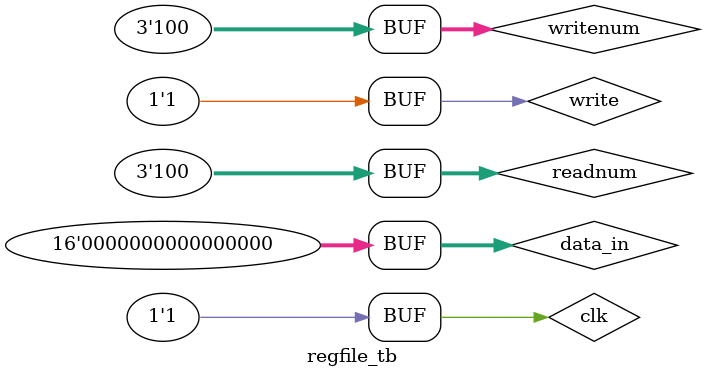
<source format=v>
module register_file (writenum, write, data_in, clk, readnum, data_out);
  input [2:0] writenum, readnum; //binary
  input write, clk;
  input [15:0] data_in;
  output [15:0] data_out;
  wire [7:0] hot_code_out;
  reg [15:0] R0,R1,R2,R3,R4,R5,R6,R7;
  wire [15:0] a0,a1,a2,a3,a4,a5,a6,a7;

  Dec #(3,8) dec_write(writenum, hot_code_out);
  assign a0=R0;
  assign a1=R1;
  assign a2=R2;
  assign a3=R3;
  assign a4=R4;
  assign a5=R5;
  assign a6=R6;
  assign a7=R7;
  vDFFE #(16) R0_next(clk,write,data_in,a0);
  vDFFE #(16) R1_next(clk,write,data_in,a1);
  vDFFE #(16) R2_next(clk,write,data_in,a2);
  vDFFE #(16) R3_next(clk,write,data_in,a3);
  vDFFE #(16) R4_next(clk,write,data_in,a4);
  vDFFE #(16) R5_next(clk,write,data_in,a5);
  vDFFE #(16) R6_next(clk,write,data_in,a6);
  vDFFE #(16) R7_next(clk,write,data_in,a7);

  always@(*)begin
    case(hot_code_out)
    8'b00000001 : {R0}={data_in};
    8'b00000010 : {R1}={data_in};
    8'b00000100 : {R2}={data_in};
    8'b00001000 : {R3}={data_in};
    8'b00010000 : {R4}={data_in};
    8'b00100000 : {R5}={data_in};
    8'b01000000 : {R6}={data_in};
    8'b10000000 : {R7}={data_in};
    default {R0,R1,R2,R3,R4,R5,R6,R7}={128'b0};
    endcase
  end
  Mux_DEC mux_readx(R7,R6,R5,R4,R3,R2,R1,R0,readnum,data_out);
endmodule

//decoder
module Dec(a, b);
  parameter n=3;
  parameter m=8;

  input[n-1:0] a;
  output[m-1:0] b;
  wire [m-1:0] b = 1<<a;
endmodule

//individual register with load enable
module vDFFE (clk, write, in, out) ;
  parameter n = 16;  // width
  input clk, write ;
  input  [n-1:0] in ;
  output [n-1:0] out ;
  reg    [n-1:0] out ;
  wire   [n-1:0] next_out;

  assign next_out = write ? in : out;
  always @(posedge clk)
    out = next_out;
endmodule

//multiplexer + 38decoder
module Mux_DEC (a7,a6,a5,a4,a3,a2,a1,a0,readnum,data_out);
  parameter j=8;
  parameter k=16;
  input [k-1:0] a7,a6,a5,a4,a3,a2,a1,a0;
  input [2:0] readnum; //binary
  output [k-1:0] data_out;
  reg [k-1:0] data_out;
  wire [j-1:0] s;

  Dec #(3,8) dec_read(readnum,s);
  always@(*)begin
    case(s)
      8'b00000001 : data_out=a0;
      8'b00000010 : data_out=a1;
      8'b00000100 : data_out=a2;
      8'b00001000 : data_out=a3;
      8'b00010000 : data_out=a4;
      8'b00100000 : data_out=a5;
      8'b01000000 : data_out=a6;
      8'b10000000 : data_out=a7;
      default: data_out=16'b0000000000000000;
    endcase
  end
endmodule

module vDFFE_tb();
  parameter n = 16;
  reg clk, write ;
  reg  [n-1:0] in ;
  wire [n-1:0] out ;

  vDFFE dut(clk, write, in, out);
  initial begin
    clk=1'b1; write=1'b1;in=16'b0001110001110001;
    #100
    clk=1'b0; write=1'b0;in=16'b0001110001110001;
    #100
    clk=1'b1; write=1'b0;in=16'b0001110001110001;
    #100
    clk=1'b0; write=1'b1;in=16'b0001110001110001;
    #100
    clk=1'b1; write=1'b1;in=16'b0100011100101010;
    #100
    clk=1'b0; write=1'b1;in=16'b0100011100101010;
    #100
    clk=1'b1; write=1'b1;in=16'b0001110001110001;
    #100
    clk=1'b0; write=1'b1;in=16'b0001110001110001;
    #100;
  end
endmodule

module regfile_tb();
  reg [2:0] writenum, readnum;
  reg write, clk;
  reg [15:0] data_in;
  wire [15:0] data_out;

  register_file dut(writenum, write, data_in, clk, readnum, data_out);

  initial begin
     writenum=3'b010; write=1'b1; data_in=16'b1111000000000000; clk=1'b1; readnum=3'b010;
     #100
     writenum=3'b010; write=1'b1; data_in=16'b0000111100000000; clk=1'b1; readnum=3'b010;
     #100
     writenum=3'b100; write=1'b1; data_in=16'b0000000011110000; clk=1'b1; readnum=3'b100;
     #100
     writenum=3'b001; write=1'b1; data_in=16'b0000000000001111; clk=1'b1; readnum=3'b001;
     #100
     writenum=3'b110; write=1'b1; data_in=16'b0000000011111111; clk=1'b1; readnum=3'b111;
     #100
     writenum=3'b000; write=1'b1; data_in=16'b0000111111111111; clk=1'b1; readnum=3'b000;
     #100
     writenum=3'b110; write=1'b1; data_in=16'b1111111111111111; clk=1'b1; readnum=3'b000;
     #100
     writenum=3'b001; write=1'b1; data_in=16'b0000111111111111; clk=1'b1; readnum=3'b001;
     #100
     writenum=3'b011; write=1'b1; data_in=16'b0000000011111111; clk=1'b1; readnum=3'b011;
     #100;
     writenum=3'b110; write=1'b1; data_in=16'b0000000000001111; clk=1'b1; readnum=3'b110;
     #100
     writenum=3'b100; write=1'b1; data_in=16'b0000000000000000; clk=1'b1; readnum=3'b100;
     #100;
  end
endmodule




</source>
